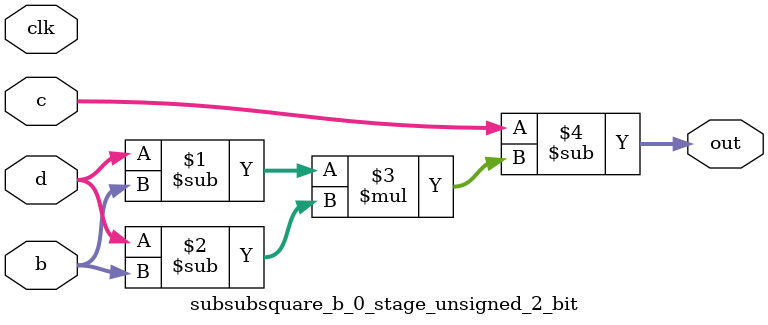
<source format=sv>
(* use_dsp = "yes" *) module subsubsquare_b_0_stage_unsigned_2_bit(
	input  [1:0] b,
	input  [1:0] c,
	input  [1:0] d,
	output [1:0] out,
	input clk);

	assign out = c - ((d - b) * (d - b));
endmodule

</source>
